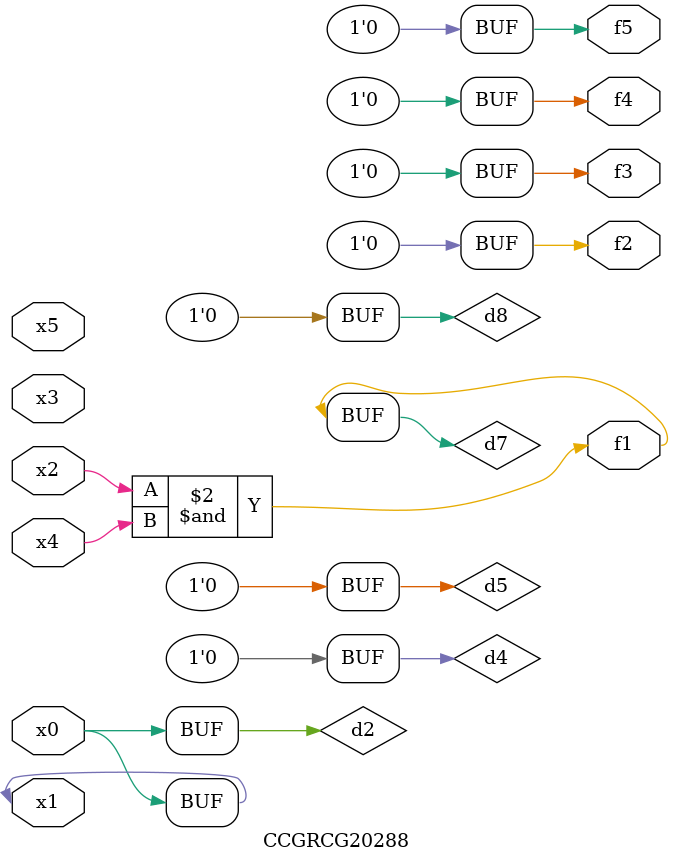
<source format=v>
module CCGRCG20288(
	input x0, x1, x2, x3, x4, x5,
	output f1, f2, f3, f4, f5
);

	wire d1, d2, d3, d4, d5, d6, d7, d8, d9;

	nand (d1, x1);
	buf (d2, x0, x1);
	nand (d3, x2, x4);
	and (d4, d1, d2);
	and (d5, d1, d2);
	nand (d6, d1, d3);
	not (d7, d3);
	xor (d8, d5);
	nor (d9, d5, d6);
	assign f1 = d7;
	assign f2 = d8;
	assign f3 = d8;
	assign f4 = d8;
	assign f5 = d8;
endmodule

</source>
